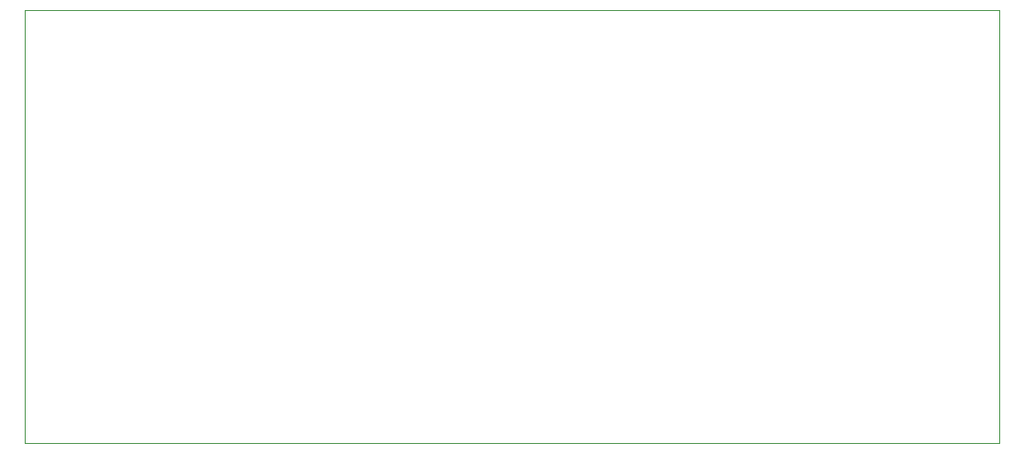
<source format=gbr>
G04 #@! TF.GenerationSoftware,KiCad,Pcbnew,(5.1.5)-3*
G04 #@! TF.CreationDate,2020-10-24T18:19:01+09:00*
G04 #@! TF.ProjectId,wallswitch_schematic_alpha,77616c6c-7377-4697-9463-685f73636865,rev?*
G04 #@! TF.SameCoordinates,Original*
G04 #@! TF.FileFunction,Profile,NP*
%FSLAX46Y46*%
G04 Gerber Fmt 4.6, Leading zero omitted, Abs format (unit mm)*
G04 Created by KiCad (PCBNEW (5.1.5)-3) date 2020-10-24 18:19:01*
%MOMM*%
%LPD*%
G04 APERTURE LIST*
%ADD10C,0.050000*%
G04 APERTURE END LIST*
D10*
X227160000Y-119380000D02*
X137160000Y-119380000D01*
X227160000Y-79380000D02*
X227160000Y-119380000D01*
X137160000Y-79380000D02*
X227160000Y-79380000D01*
X137160000Y-119380000D02*
X137160000Y-79380000D01*
M02*

</source>
